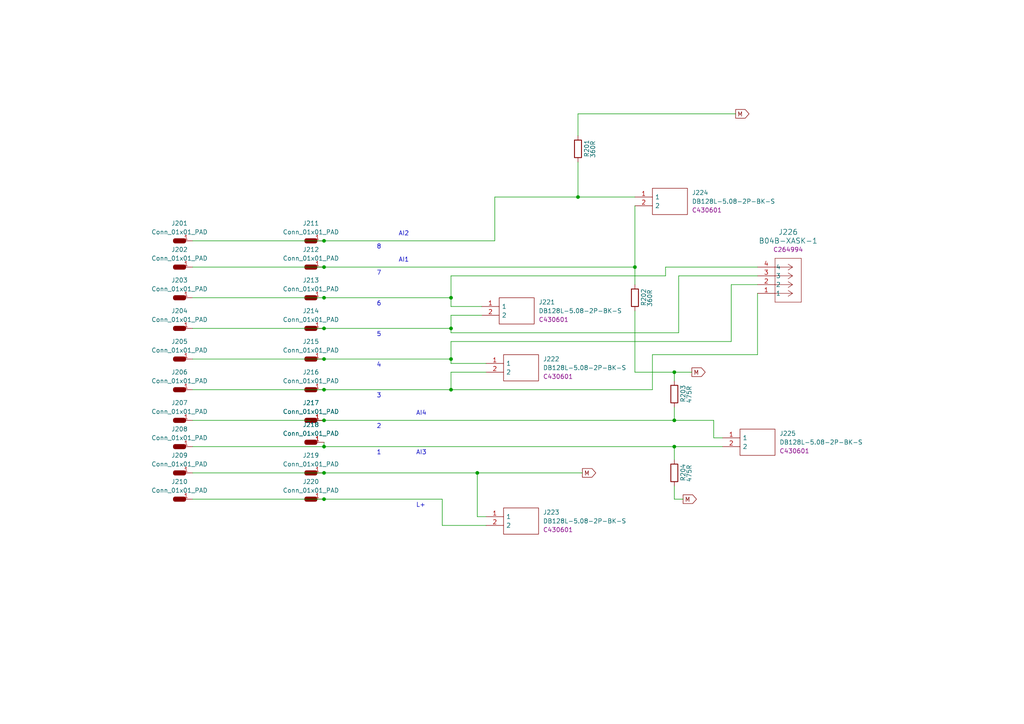
<source format=kicad_sch>
(kicad_sch (version 20230121) (generator eeschema)
  (paper "A4")
  (title_block (title "PLC INPUTS"))
  (lib_symbols
    (symbol "Device:R" (pin_numbers hide) (pin_names (offset 0))
      (property "Reference" "R" (at 2.032 0 90))
      (property "Value" "R" (at 0 0 90))
      (symbol "R_0_1"
        (rectangle (start -1.016 -2.54) (end 1.016 2.54) (stroke (width 0.254)))
      )
      (symbol "R_1_1"
        (pin passive line (at 0 3.81 270) (length 1.27) (name "~") (number "1"))
        (pin passive line (at 0 -3.81 90) (length 1.27) (name "~") (number "2"))
      )
    )
    (symbol "PCB_Library:1729128" (pin_names (offset 0.762))
      (property "Reference" "J" (at 16.51 7.62 0))
      (property "Value" "1729128" (at 16.51 5.08 0))
      (property "LCSC" "C557665" (at 8.89 5.08 0))
      (symbol "1729128_0_0"
        (pin passive line (at 0 0 0) (length 5.08) (name "1") (number "1"))
        (pin passive line (at 0 -2.54 0) (length 5.08) (name "2") (number "2"))
      )
      (symbol "1729128_0_1"
        (polyline (pts (xy 5.08 2.54) (xy 15.24 2.54) (xy 15.24 -5.08) (xy 5.08 -5.08) (xy 5.08 2.54)) (stroke (width 0.1524)))
      )
    )
    (symbol "PCB_Library:B04B-XASK-1" (pin_names (offset 0.254))
      (property "Reference" "J" (at 13.97 6.35 0))
      (property "Value" "B04B-XASK-1" (at 3.81 3.81 0))
      (property "LCSC" "C264994" (at 3.81 7.62 0))
      (symbol "B04B-XASK-1_1_1"
        (polyline (pts (xy 5.08 -10.16) (xy 12.7 -10.16)) (stroke (width 0.127)))
        (polyline (pts (xy 5.08 2.54) (xy 5.08 -10.16)) (stroke (width 0.127)))
        (polyline (pts (xy 10.16 -7.62) (xy 5.08 -7.62)) (stroke (width 0.127)))
        (polyline (pts (xy 10.16 -7.62) (xy 8.89 -8.4667)) (stroke (width 0.127)))
        (polyline (pts (xy 10.16 -7.62) (xy 8.89 -6.7733)) (stroke (width 0.127)))
        (polyline (pts (xy 10.16 -5.08) (xy 5.08 -5.08)) (stroke (width 0.127)))
        (polyline (pts (xy 10.16 -5.08) (xy 8.89 -5.9267)) (stroke (width 0.127)))
        (polyline (pts (xy 10.16 -5.08) (xy 8.89 -4.2333)) (stroke (width 0.127)))
        (polyline (pts (xy 10.16 -2.54) (xy 5.08 -2.54)) (stroke (width 0.127)))
        (polyline (pts (xy 10.16 -2.54) (xy 8.89 -3.3867)) (stroke (width 0.127)))
        (polyline (pts (xy 10.16 -2.54) (xy 8.89 -1.6933)) (stroke (width 0.127)))
        (polyline (pts (xy 10.16 0) (xy 5.08 0)) (stroke (width 0.127)))
        (polyline (pts (xy 10.16 0) (xy 8.89 -0.8467)) (stroke (width 0.127)))
        (polyline (pts (xy 10.16 0) (xy 8.89 0.8467)) (stroke (width 0.127)))
        (polyline (pts (xy 12.7 -10.16) (xy 12.7 2.54)) (stroke (width 0.127)))
        (polyline (pts (xy 12.7 2.54) (xy 5.08 2.54)) (stroke (width 0.127)))
        (pin unspecified line (at 0 0 0) (length 5.08) (name "1") (number "1"))
        (pin unspecified line (at 0 -2.54 0) (length 5.08) (name "2") (number "2"))
        (pin unspecified line (at 0 -5.08 0) (length 5.08) (name "3") (number "3"))
        (pin unspecified line (at 0 -7.62 0) (length 5.08) (name "4") (number "4"))
      )
      (symbol "B04B-XASK-1_1_2"
        (polyline (pts (xy 5.08 -10.16) (xy 12.7 -10.16)) (stroke (width 0.127)))
        (polyline (pts (xy 5.08 2.54) (xy 5.08 -10.16)) (stroke (width 0.127)))
        (polyline (pts (xy 7.62 -7.62) (xy 5.08 -7.62)) (stroke (width 0.127)))
        (polyline (pts (xy 7.62 -7.62) (xy 8.89 -8.4667)) (stroke (width 0.127)))
        (polyline (pts (xy 7.62 -7.62) (xy 8.89 -6.7733)) (stroke (width 0.127)))
        (polyline (pts (xy 7.62 -5.08) (xy 5.08 -5.08)) (stroke (width 0.127)))
        (polyline (pts (xy 7.62 -5.08) (xy 8.89 -5.9267)) (stroke (width 0.127)))
        (polyline (pts (xy 7.62 -5.08) (xy 8.89 -4.2333)) (stroke (width 0.127)))
        (polyline (pts (xy 7.62 -2.54) (xy 5.08 -2.54)) (stroke (width 0.127)))
        (polyline (pts (xy 7.62 -2.54) (xy 8.89 -3.3867)) (stroke (width 0.127)))
        (polyline (pts (xy 7.62 -2.54) (xy 8.89 -1.6933)) (stroke (width 0.127)))
        (polyline (pts (xy 7.62 0) (xy 5.08 0)) (stroke (width 0.127)))
        (polyline (pts (xy 7.62 0) (xy 8.89 -0.8467)) (stroke (width 0.127)))
        (polyline (pts (xy 7.62 0) (xy 8.89 0.8467)) (stroke (width 0.127)))
        (polyline (pts (xy 12.7 -10.16) (xy 12.7 2.54)) (stroke (width 0.127)))
        (polyline (pts (xy 12.7 2.54) (xy 5.08 2.54)) (stroke (width 0.127)))
        (pin unspecified line (at 0 0 0) (length 5.08) (name "1") (number "1"))
        (pin unspecified line (at 0 -2.54 0) (length 5.08) (name "2") (number "2"))
        (pin unspecified line (at 0 -5.08 0) (length 5.08) (name "3") (number "3"))
        (pin unspecified line (at 0 -7.62 0) (length 5.08) (name "4") (number "4"))
      )
    )
    (symbol "PCB_Library:Conn_01x01_PAD" (pin_names (offset 1.016) hide)
      (property "Reference" "J" (at 0 2.54 0))
      (property "Value" "Conn_01x01_PAD" (at 1.27 -3.81 0))
      (symbol "Conn_01x01_PAD_1_1"
        (polyline (pts (xy 1.27 0) (xy 0.8636 0)) (stroke (width 0.1524)))
        (rectangle (start 0 0.127) (end 2.54 -0.127) (stroke (width 1.2192)) (fill (type outline)))
        (pin passive line (at 5.08 0 180) (length 3.81) (name "Pin_1") (number "1"))
      )
    )
  )
  (junction (at 130.81 86.36))
  (junction (at 93.98 129.54))
  (junction (at 93.98 113.03))
  (junction (at 195.58 107.95))
  (junction (at 93.98 121.92))
  (junction (at 130.81 95.25))
  (junction (at 130.81 113.03))
  (junction (at 184.15 77.47))
  (junction (at 93.98 69.85))
  (junction (at 93.98 137.16))
  (junction (at 195.58 129.54))
  (junction (at 93.98 95.25))
  (junction (at 93.98 86.36))
  (junction (at 167.64 57.15))
  (junction (at 93.98 144.78))
  (junction (at 195.58 121.92))
  (junction (at 93.98 77.47))
  (junction (at 93.98 104.14))
  (junction (at 138.43 137.16))
  (junction (at 130.81 104.14))
  (wire (pts (xy 168.91 137.16) (xy 138.43 137.16)))
  (wire (pts (xy 55.88 113.03) (xy 93.98 113.03)))
  (wire (pts (xy 207.01 127) (xy 209.55 127)))
  (wire (pts (xy 195.58 140.97) (xy 195.58 144.78)))
  (wire (pts (xy 138.43 149.86) (xy 140.97 149.86)))
  (wire (pts (xy 193.04 77.47) (xy 193.04 80.01)))
  (wire (pts (xy 55.88 95.25) (xy 93.98 95.25)))
  (wire (pts (xy 128.27 152.4) (xy 140.97 152.4)))
  (wire (pts (xy 130.81 88.9) (xy 139.7 88.9)))
  (wire (pts (xy 130.81 95.25) (xy 130.81 96.52)))
  (wire (pts (xy 195.58 144.78) (xy 198.12 144.78)))
  (wire (pts (xy 93.98 95.25) (xy 130.81 95.25)))
  (wire (pts (xy 184.15 59.69) (xy 184.15 77.47)))
  (wire (pts (xy 130.81 104.14) (xy 130.81 105.41)))
  (wire (pts (xy 130.81 80.01) (xy 130.81 86.36)))
  (wire (pts (xy 55.88 121.92) (xy 93.98 121.92)))
  (wire (pts (xy 167.64 57.15) (xy 184.15 57.15)))
  (wire (pts (xy 167.64 33.02) (xy 167.64 39.37)))
  (wire (pts (xy 130.81 96.52) (xy 196.85 96.52)))
  (wire (pts (xy 143.51 57.15) (xy 143.51 69.85)))
  (wire (pts (xy 207.01 121.92) (xy 195.58 121.92)))
  (wire (pts (xy 130.81 107.95) (xy 140.97 107.95)))
  (wire (pts (xy 143.51 57.15) (xy 167.64 57.15)))
  (wire (pts (xy 128.27 152.4) (xy 128.27 144.78)))
  (wire (pts (xy 193.04 80.01) (xy 130.81 80.01)))
  (wire (pts (xy 93.98 129.54) (xy 195.58 129.54)))
  (wire (pts (xy 130.81 105.41) (xy 140.97 105.41)))
  (wire (pts (xy 55.88 129.54) (xy 93.98 129.54)))
  (wire (pts (xy 195.58 129.54) (xy 209.55 129.54)))
  (wire (pts (xy 195.58 133.35) (xy 195.58 129.54)))
  (wire (pts (xy 55.88 77.47) (xy 93.98 77.47)))
  (wire (pts (xy 212.09 82.55) (xy 219.71 82.55)))
  (wire (pts (xy 93.98 128.27) (xy 93.98 129.54)))
  (wire (pts (xy 93.98 113.03) (xy 130.81 113.03)))
  (wire (pts (xy 219.71 77.47) (xy 193.04 77.47)))
  (wire (pts (xy 130.81 113.03) (xy 130.81 107.95)))
  (wire (pts (xy 196.85 96.52) (xy 196.85 80.01)))
  (wire (pts (xy 55.88 69.85) (xy 93.98 69.85)))
  (wire (pts (xy 219.71 102.87) (xy 189.23 102.87)))
  (wire (pts (xy 195.58 107.95) (xy 200.66 107.95)))
  (wire (pts (xy 184.15 90.17) (xy 184.15 107.95)))
  (wire (pts (xy 143.51 69.85) (xy 93.98 69.85)))
  (wire (pts (xy 130.81 104.14) (xy 130.81 99.06)))
  (wire (pts (xy 219.71 85.09) (xy 219.71 102.87)))
  (wire (pts (xy 184.15 77.47) (xy 184.15 82.55)))
  (wire (pts (xy 93.98 104.14) (xy 130.81 104.14)))
  (wire (pts (xy 55.88 86.36) (xy 93.98 86.36)))
  (wire (pts (xy 93.98 137.16) (xy 138.43 137.16)))
  (wire (pts (xy 55.88 137.16) (xy 93.98 137.16)))
  (wire (pts (xy 196.85 80.01) (xy 219.71 80.01)))
  (wire (pts (xy 189.23 113.03) (xy 130.81 113.03)))
  (wire (pts (xy 130.81 91.44) (xy 130.81 95.25)))
  (wire (pts (xy 93.98 86.36) (xy 130.81 86.36)))
  (wire (pts (xy 130.81 86.36) (xy 130.81 88.9)))
  (wire (pts (xy 184.15 107.95) (xy 195.58 107.95)))
  (wire (pts (xy 195.58 121.92) (xy 93.98 121.92)))
  (wire (pts (xy 93.98 144.78) (xy 128.27 144.78)))
  (wire (pts (xy 195.58 118.11) (xy 195.58 121.92)))
  (wire (pts (xy 207.01 127) (xy 207.01 121.92)))
  (wire (pts (xy 130.81 91.44) (xy 139.7 91.44)))
  (wire (pts (xy 130.81 99.06) (xy 212.09 99.06)))
  (wire (pts (xy 167.64 33.02) (xy 213.36 33.02)))
  (wire (pts (xy 189.23 102.87) (xy 189.23 113.03)))
  (wire (pts (xy 55.88 104.14) (xy 93.98 104.14)))
  (wire (pts (xy 167.64 46.99) (xy 167.64 57.15)))
  (wire (pts (xy 184.15 77.47) (xy 93.98 77.47)))
  (wire (pts (xy 55.88 144.78) (xy 93.98 144.78)))
  (wire (pts (xy 195.58 110.49) (xy 195.58 107.95)))
  (wire (pts (xy 138.43 137.16) (xy 138.43 149.86)))
  (wire (pts (xy 212.09 99.06) (xy 212.09 82.55)))
  (text "1" (at 109.22 132.08 0) (effects (font (size 1.27 1.27)) (justify left bottom)))
  (text "4" (at 109.22 106.68 0) (effects (font (size 1.27 1.27)) (justify left bottom)))
  (text "6" (at 109.22 88.9 0) (effects (font (size 1.27 1.27)) (justify left bottom)))
  (text "3" (at 109.22 115.57 0) (effects (font (size 1.27 1.27)) (justify left bottom)))
  (text "7" (at 109.22 80.01 0) (effects (font (size 1.27 1.27)) (justify left bottom)))
  (text "AI2" (at 115.57 68.58 0) (effects (font (size 1.27 1.27)) (justify left bottom)))
  (text "AI3" (at 120.65 132.08 0) (effects (font (size 1.27 1.27)) (justify left bottom)))
  (text "5" (at 109.22 97.79 0) (effects (font (size 1.27 1.27)) (justify left bottom)))
  (text "2" (at 109.22 124.46 0) (effects (font (size 1.27 1.27)) (justify left bottom)))
  (text "AI4" (at 120.65 120.65 0) (effects (font (size 1.27 1.27)) (justify left bottom)))
  (text "AI1" (at 115.57 76.2 0) (effects (font (size 1.27 1.27)) (justify left bottom)))
  (text "L+" (at 120.65 147.32 0) (effects (font (size 1.27 1.27)) (justify left bottom)))
  (text "8" (at 109.22 72.39 0) (effects (font (size 1.27 1.27)) (justify left bottom)))
  (global_label "M" (shape output) (at 168.91 137.16 0) (property "Intersheetrefs" "${INTERSHEET_REFS}" (effects hide)))
  (global_label "M" (shape output) (at 198.12 144.78 0) (property "Intersheetrefs" "${INTERSHEET_REFS}" (effects hide)))
  (global_label "M" (shape output) (at 213.36 33.02 0) (property "Intersheetrefs" "${INTERSHEET_REFS}" (effects hide)))
  (global_label "M" (shape output) (at 200.66 107.95 0) (property "Intersheetrefs" "${INTERSHEET_REFS}" (effects hide)))
  (symbol (lib_id "PCB_Library:Conn_01x01_PAD") (at 50.8 129.54 0) (unit 1)
    (property "Reference" "J208" (at 52.07 124.46 0))
    (property "Value" "Conn_01x01_PAD" (at 52.07 127 0))
    (property "Footprint" "PCB_Library:Conn_pin_PLC" (effects hide))
  )
  (symbol (lib_id "PCB_Library:1729128") (at 209.55 127 0) (unit 1)
    (property "Reference" "J225" (at 226.06 125.73 0) (effects (justify left)))
    (property "Value" "DB128L-5.08-2P-BK-S" (at 226.06 128.27 0) (effects (justify left)))
    (property "Footprint" "PCB_Library:1729128" (effects hide))
    (property "Datasheet" "https://jlcpcb.com/partdetail/Dorabo-DB128L_5_08_2P_BKS/C430601" (effects hide))
    (property "Description" "PCB terminal block, nominal current: 13.5 A, rated voltage (III/2): 400 V, nominal cross section: 1.5 mm?, Number of potentials: 2, Number of rows: 1, Number of positions per row: 2, product range: MKDSN 1,5, pitch: 5.08 mm, connection method: Screw connection with tension sleeve, mounting: Wave soldering, conductor/PCB connection direction: 0 ?, color: green, Pin layout: Linear pinning, Solder pin [P]: 3.5 mm, type of packaging: packed in cardboard" (effects hide))
    (property "Height" "10.15" (effects hide))
    (property "Manufacturer_Part_Number" "1729128" (effects hide))
    (property "LCSC" "C430601" (at 226.06 130.81 0) (effects (justify left)))
  )
  (symbol (lib_id "PCB_Library:1729128") (at 140.97 149.86 0) (unit 1)
    (property "Reference" "J223" (at 157.48 148.59 0) (effects (justify left)))
    (property "Value" "DB128L-5.08-2P-BK-S" (at 157.48 151.13 0) (effects (justify left)))
    (property "Footprint" "PCB_Library:1729128" (effects hide))
    (property "Datasheet" "https://jlcpcb.com/partdetail/Dorabo-DB128L_5_08_2P_BKS/C430601" (effects hide))
    (property "Description" "PCB terminal block, nominal current: 13.5 A, rated voltage (III/2): 400 V, nominal cross section: 1.5 mm?, Number of potentials: 2, Number of rows: 1, Number of positions per row: 2, product range: MKDSN 1,5, pitch: 5.08 mm, connection method: Screw connection with tension sleeve, mounting: Wave soldering, conductor/PCB connection direction: 0 ?, color: green, Pin layout: Linear pinning, Solder pin [P]: 3.5 mm, type of packaging: packed in cardboard" (effects hide))
    (property "Height" "10.15" (effects hide))
    (property "Manufacturer_Part_Number" "1729128" (effects hide))
    (property "LCSC" "C430601" (at 157.48 153.67 0) (effects (justify left)))
  )
  (symbol (lib_id "PCB_Library:Conn_01x01_PAD") (at 50.8 104.14 0) (unit 1)
    (property "Reference" "J205" (at 52.07 99.06 0))
    (property "Value" "Conn_01x01_PAD" (at 52.07 101.6 0))
    (property "Footprint" "PCB_Library:Conn_pin_PLC" (effects hide))
  )
  (symbol (lib_id "PCB_Library:Conn_01x01_PAD") (at 50.8 69.85 0) (unit 1)
    (property "Reference" "J201" (at 52.07 64.77 0))
    (property "Value" "Conn_01x01_PAD" (at 52.07 67.31 0))
    (property "Footprint" "PCB_Library:Conn_pin_PLC" (effects hide))
  )
  (symbol (lib_id "PCB_Library:Conn_01x01_PAD") (at 50.8 121.92 0) (unit 1)
    (property "Reference" "J207" (at 52.07 116.84 0))
    (property "Value" "Conn_01x01_PAD" (at 52.07 119.38 0))
    (property "Footprint" "PCB_Library:Conn_pin_PLC" (effects hide))
  )
  (symbol (lib_id "PCB_Library:Conn_01x01_PAD") (at 88.9 121.92 0) (unit 1)
    (property "Reference" "J217" (at 90.17 116.84 0))
    (property "Value" "Conn_01x01_PAD" (at 90.17 119.38 0))
    (property "Footprint" "PCB_Library:Conn_pin_PLC" (effects hide))
  )
  (symbol (lib_id "Device:R") (at 195.58 137.16 180) (unit 1)
    (property "Reference" "R204" (at 198.12 137.033 90))
    (property "Value" "475R" (at 199.898 137.287 90))
    (property "Footprint" "Resistor_THT:R_Axial_DIN0207_L6.3mm_D2.5mm_P5.08mm_Vertical" (effects hide))
    (property "Datasheet" "https://jlcpcb.com/partdetail/Yageo-MFR_25FTE52475R/C138206" (effects hide))
    (property "LCSC" "C138206" (effects hide))
    (property "MAX_TEMP" "125 C" (effects hide))
  )
  (symbol (lib_id "PCB_Library:Conn_01x01_PAD") (at 50.8 77.47 0) (unit 1)
    (property "Reference" "J202" (at 52.07 72.39 0))
    (property "Value" "Conn_01x01_PAD" (at 52.07 74.93 0))
    (property "Footprint" "PCB_Library:Conn_pin_PLC" (effects hide))
  )
  (symbol (lib_id "Device:R") (at 167.64 43.18 180) (unit 1)
    (property "Reference" "R201" (at 170.18 43.053 90))
    (property "Value" "360R" (at 171.958 43.307 90))
    (property "Footprint" "Resistor_THT:R_Axial_DIN0207_L6.3mm_D2.5mm_P5.08mm_Vertical" (effects hide))
    (property "Datasheet" "https://jlcpcb.com/partdetail/59694-MFR0W4F3600A50/C58649" (effects hide))
    (property "LCSC" "C58649" (effects hide))
    (property "MAX_TEMP" "125 C" (effects hide))
  )
  (symbol (lib_id "PCB_Library:Conn_01x01_PAD") (at 88.9 137.16 0) (unit 1)
    (property "Reference" "J219" (at 90.17 132.08 0))
    (property "Value" "Conn_01x01_PAD" (at 90.17 134.62 0))
    (property "Footprint" "PCB_Library:Conn_pin_PLC" (effects hide))
  )
  (symbol (lib_id "Device:R") (at 184.15 86.36 180) (unit 1)
    (property "Reference" "R202" (at 186.69 86.233 90))
    (property "Value" "360R" (at 188.468 86.487 90))
    (property "Footprint" "Resistor_THT:R_Axial_DIN0207_L6.3mm_D2.5mm_P5.08mm_Vertical" (effects hide))
    (property "Datasheet" "https://jlcpcb.com/partdetail/59694-MFR0W4F3600A50/C58649" (effects hide))
    (property "LCSC" "C58649" (effects hide))
    (property "MAX_TEMP" "125 C" (effects hide))
  )
  (symbol (lib_id "PCB_Library:1729128") (at 140.97 105.41 0) (unit 1)
    (property "Reference" "J222" (at 157.48 104.14 0) (effects (justify left)))
    (property "Value" "DB128L-5.08-2P-BK-S" (at 157.48 106.68 0) (effects (justify left)))
    (property "Footprint" "PCB_Library:1729128" (effects hide))
    (property "Datasheet" "https://jlcpcb.com/partdetail/Dorabo-DB128L_5_08_2P_BKS/C430601" (effects hide))
    (property "Description" "PCB terminal block, nominal current: 13.5 A, rated voltage (III/2): 400 V, nominal cross section: 1.5 mm?, Number of potentials: 2, Number of rows: 1, Number of positions per row: 2, product range: MKDSN 1,5, pitch: 5.08 mm, connection method: Screw connection with tension sleeve, mounting: Wave soldering, conductor/PCB connection direction: 0 ?, color: green, Pin layout: Linear pinning, Solder pin [P]: 3.5 mm, type of packaging: packed in cardboard" (effects hide))
    (property "Height" "10.15" (effects hide))
    (property "Manufacturer_Part_Number" "1729128" (effects hide))
    (property "LCSC" "C430601" (at 157.48 109.22 0) (effects (justify left)))
  )
  (symbol (lib_id "PCB_Library:Conn_01x01_PAD") (at 88.9 104.14 0) (unit 1)
    (property "Reference" "J215" (at 90.17 99.06 0))
    (property "Value" "Conn_01x01_PAD" (at 90.17 101.6 0))
    (property "Footprint" "PCB_Library:Conn_pin_PLC" (effects hide))
  )
  (symbol (lib_id "PCB_Library:Conn_01x01_PAD") (at 88.9 86.36 0) (unit 1)
    (property "Reference" "J213" (at 90.17 81.28 0))
    (property "Value" "Conn_01x01_PAD" (at 90.17 83.82 0))
    (property "Footprint" "PCB_Library:Conn_pin_PLC" (effects hide))
  )
  (symbol (lib_id "PCB_Library:Conn_01x01_PAD") (at 50.8 137.16 0) (unit 1)
    (property "Reference" "J209" (at 52.07 132.08 0))
    (property "Value" "Conn_01x01_PAD" (at 52.07 134.62 0))
    (property "Footprint" "PCB_Library:Conn_pin_PLC" (effects hide))
  )
  (symbol (lib_id "PCB_Library:Conn_01x01_PAD") (at 50.8 95.25 0) (unit 1)
    (property "Reference" "J204" (at 52.07 90.17 0))
    (property "Value" "Conn_01x01_PAD" (at 52.07 92.71 0))
    (property "Footprint" "PCB_Library:Conn_pin_PLC" (effects hide))
  )
  (symbol (lib_id "PCB_Library:Conn_01x01_PAD") (at 50.8 144.78 0) (unit 1)
    (property "Reference" "J210" (at 52.07 139.7 0))
    (property "Value" "Conn_01x01_PAD" (at 52.07 142.24 0))
    (property "Footprint" "PCB_Library:Conn_pin_PLC" (effects hide))
  )
  (symbol (lib_id "PCB_Library:Conn_01x01_PAD") (at 88.9 144.78 0) (unit 1)
    (property "Reference" "J220" (at 90.17 139.7 0))
    (property "Value" "Conn_01x01_PAD" (at 90.17 142.24 0))
    (property "Footprint" "PCB_Library:Conn_pin_PLC" (effects hide))
  )
  (symbol (lib_id "PCB_Library:Conn_01x01_PAD") (at 88.9 113.03 0) (unit 1)
    (property "Reference" "J216" (at 90.17 107.95 0))
    (property "Value" "Conn_01x01_PAD" (at 90.17 110.49 0))
    (property "Footprint" "PCB_Library:Conn_pin_PLC" (effects hide))
  )
  (symbol (lib_id "Device:R") (at 195.58 114.3 180) (unit 1)
    (property "Reference" "R203" (at 198.12 114.173 90))
    (property "Value" "475R" (at 199.898 114.427 90))
    (property "Footprint" "Resistor_THT:R_Axial_DIN0207_L6.3mm_D2.5mm_P5.08mm_Vertical" (effects hide))
    (property "Datasheet" "https://jlcpcb.com/partdetail/Yageo-MFR_25FTE52475R/C138206" (effects hide))
    (property "LCSC" "C138206" (effects hide))
    (property "MAX_TEMP" "125 C" (effects hide))
  )
  (symbol (lib_id "PCB_Library:Conn_01x01_PAD") (at 50.8 86.36 0) (unit 1)
    (property "Reference" "J203" (at 52.07 81.28 0))
    (property "Value" "Conn_01x01_PAD" (at 52.07 83.82 0))
    (property "Footprint" "PCB_Library:Conn_pin_PLC" (effects hide))
  )
  (symbol (lib_id "PCB_Library:Conn_01x01_PAD") (at 88.9 95.25 0) (unit 1)
    (property "Reference" "J214" (at 90.17 90.17 0))
    (property "Value" "Conn_01x01_PAD" (at 90.17 92.71 0))
    (property "Footprint" "PCB_Library:Conn_pin_PLC" (effects hide))
  )
  (symbol (lib_id "PCB_Library:Conn_01x01_PAD") (at 88.9 128.27 0) (unit 1)
    (property "Reference" "J218" (at 90.17 123.19 0))
    (property "Value" "Conn_01x01_PAD" (at 90.17 125.73 0))
    (property "Footprint" "PCB_Library:Conn_pin_PLC" (effects hide))
  )
  (symbol (lib_id "PCB_Library:Conn_01x01_PAD") (at 88.9 77.47 0) (unit 1)
    (property "Reference" "J212" (at 90.17 72.39 0))
    (property "Value" "Conn_01x01_PAD" (at 90.17 74.93 0))
    (property "Footprint" "PCB_Library:Conn_pin_PLC" (effects hide))
  )
  (symbol (lib_id "PCB_Library:Conn_01x01_PAD") (at 50.8 113.03 0) (unit 1)
    (property "Reference" "J206" (at 52.07 107.95 0))
    (property "Value" "Conn_01x01_PAD" (at 52.07 110.49 0))
    (property "Footprint" "PCB_Library:Conn_pin_PLC" (effects hide))
  )
  (symbol (lib_id "PCB_Library:B04B-XASK-1") (at 219.71 85.09 0) (mirror x) (unit 1)
    (property "Reference" "J226" (at 228.6 67.31 0) (effects (font (size 1.524 1.524))))
    (property "Value" "B04B-XASK-1" (at 228.6 69.85 0) (effects (font (size 1.524 1.524))))
    (property "Footprint" "PCB_Library:CONN_B04B-XASK-1_JST" (effects hide))
    (property "Datasheet" "B04B-XASK-1" (effects hide))
    (property "LCSC" "C264994" (at 228.6 72.39 0))
  )
  (symbol (lib_id "PCB_Library:1729128") (at 184.15 57.15 0) (unit 1)
    (property "Reference" "J224" (at 200.66 55.88 0) (effects (justify left)))
    (property "Value" "DB128L-5.08-2P-BK-S" (at 200.66 58.42 0) (effects (justify left)))
    (property "Footprint" "PCB_Library:1729128" (effects hide))
    (property "Datasheet" "https://jlcpcb.com/partdetail/Dorabo-DB128L_5_08_2P_BKS/C430601" (effects hide))
    (property "Description" "PCB terminal block, nominal current: 13.5 A, rated voltage (III/2): 400 V, nominal cross section: 1.5 mm?, Number of potentials: 2, Number of rows: 1, Number of positions per row: 2, product range: MKDSN 1,5, pitch: 5.08 mm, connection method: Screw connection with tension sleeve, mounting: Wave soldering, conductor/PCB connection direction: 0 ?, color: green, Pin layout: Linear pinning, Solder pin [P]: 3.5 mm, type of packaging: packed in cardboard" (effects hide))
    (property "Height" "10.15" (effects hide))
    (property "Manufacturer_Part_Number" "1729128" (effects hide))
    (property "LCSC" "C430601" (at 200.66 60.96 0) (effects (justify left)))
  )
  (symbol (lib_id "PCB_Library:1729128") (at 139.7 88.9 0) (unit 1)
    (property "Reference" "J221" (at 156.21 87.63 0) (effects (justify left)))
    (property "Value" "DB128L-5.08-2P-BK-S" (at 156.21 90.17 0) (effects (justify left)))
    (property "Footprint" "PCB_Library:1729128" (effects hide))
    (property "Datasheet" "https://jlcpcb.com/partdetail/Dorabo-DB128L_5_08_2P_BKS/C430601" (effects hide))
    (property "Description" "PCB terminal block, nominal current: 13.5 A, rated voltage (III/2): 400 V, nominal cross section: 1.5 mm?, Number of potentials: 2, Number of rows: 1, Number of positions per row: 2, product range: MKDSN 1,5, pitch: 5.08 mm, connection method: Screw connection with tension sleeve, mounting: Wave soldering, conductor/PCB connection direction: 0 ?, color: green, Pin layout: Linear pinning, Solder pin [P]: 3.5 mm, type of packaging: packed in cardboard" (effects hide))
    (property "Height" "10.15" (effects hide))
    (property "Manufacturer_Part_Number" "1729128" (effects hide))
    (property "LCSC" "C430601" (at 156.21 92.71 0) (effects (justify left)))
  )
  (symbol (lib_id "PCB_Library:Conn_01x01_PAD") (at 88.9 69.85 0) (unit 1)
    (property "Reference" "J211" (at 90.17 64.77 0))
    (property "Value" "Conn_01x01_PAD" (at 90.17 67.31 0))
    (property "Footprint" "PCB_Library:Conn_pin_PLC" (effects hide))
  )
)
</source>
